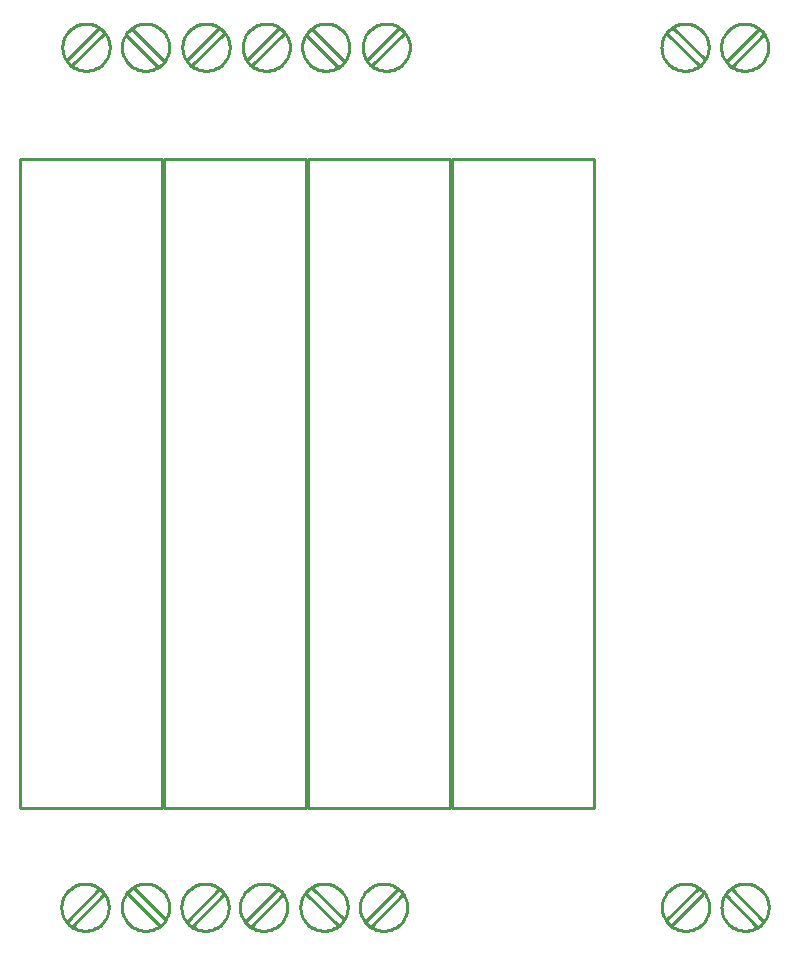
<source format=gm1>
%FSDAX24Y24*%
%MOIN*%
%SFA1B1*%

%IPPOS*%
%ADD11C,0.010000*%
%LNpcb_baseboard-1*%
%LPD*%
G54D11*
X013121Y002400D02*
D01*
X013119Y002454*
X013114Y002509*
X013104Y002563*
X013091Y002617*
X013074Y002669*
X013053Y002720*
X013029Y002769*
X013002Y002817*
X012971Y002862*
X012937Y002906*
X012900Y002946*
X012861Y002985*
X012819Y003020*
X012774Y003052*
X012728Y003081*
X012679Y003107*
X012629Y003130*
X012577Y003148*
X012524Y003164*
X012471Y003175*
X012416Y003183*
X012361Y003186*
X012306*
X012251Y003183*
X012197Y003175*
X012143Y003164*
X012090Y003148*
X012039Y003130*
X011989Y003107*
X011940Y003081*
X011893Y003052*
X011849Y003020*
X011807Y002985*
X011767Y002946*
X011731Y002906*
X011697Y002862*
X011666Y002817*
X011639Y002769*
X011614Y002720*
X011594Y002669*
X011577Y002617*
X011564Y002563*
X011554Y002509*
X011548Y002454*
X011546Y002400*
X011548Y002345*
X011554Y002290*
X011564Y002236*
X011577Y002182*
X011594Y002130*
X011614Y002079*
X011639Y002030*
X011666Y001982*
X011697Y001937*
X011731Y001893*
X011767Y001853*
X011807Y001814*
X011849Y001779*
X011893Y001747*
X011940Y001718*
X011989Y001692*
X012039Y001669*
X012090Y001651*
X012143Y001635*
X012197Y001624*
X012251Y001616*
X012306Y001613*
X012361*
X012416Y001616*
X012471Y001624*
X012524Y001635*
X012577Y001651*
X012629Y001669*
X012679Y001692*
X012728Y001718*
X012774Y001747*
X012819Y001779*
X012861Y001814*
X012900Y001853*
X012937Y001893*
X012971Y001937*
X013002Y001982*
X013029Y002030*
X013053Y002079*
X013074Y002130*
X013091Y002182*
X013104Y002236*
X013114Y002290*
X013119Y002345*
X013121Y002400*
X009121D02*
D01*
X009119Y002454*
X009113Y002509*
X009104Y002563*
X009091Y002617*
X009074Y002669*
X009053Y002720*
X009029Y002769*
X009001Y002817*
X008971Y002862*
X008937Y002906*
X008900Y002946*
X008861Y002985*
X008818Y003020*
X008774Y003052*
X008727Y003081*
X008679Y003107*
X008629Y003130*
X008577Y003148*
X008524Y003164*
X008470Y003175*
X008416Y003183*
X008361Y003186*
X008306*
X008251Y003183*
X008197Y003175*
X008143Y003164*
X008090Y003148*
X008039Y003130*
X007989Y003107*
X007940Y003081*
X007893Y003052*
X007849Y003020*
X007807Y002985*
X007767Y002946*
X007731Y002906*
X007697Y002862*
X007666Y002817*
X007638Y002769*
X007614Y002720*
X007594Y002669*
X007577Y002617*
X007564Y002563*
X007554Y002509*
X007548Y002454*
X007546Y002400*
X007548Y002345*
X007554Y002290*
X007564Y002236*
X007577Y002182*
X007594Y002130*
X007614Y002079*
X007638Y002030*
X007666Y001982*
X007697Y001937*
X007731Y001893*
X007767Y001853*
X007807Y001814*
X007849Y001779*
X007893Y001747*
X007940Y001718*
X007989Y001692*
X008039Y001669*
X008090Y001651*
X008143Y001635*
X008197Y001624*
X008251Y001616*
X008306Y001613*
X008361*
X008416Y001616*
X008470Y001624*
X008524Y001635*
X008577Y001651*
X008629Y001669*
X008679Y001692*
X008727Y001718*
X008774Y001747*
X008818Y001779*
X008861Y001814*
X008900Y001853*
X008937Y001893*
X008971Y001937*
X009001Y001982*
X009029Y002030*
X009053Y002079*
X009074Y002130*
X009091Y002182*
X009104Y002236*
X009113Y002290*
X009119Y002345*
X009121Y002400*
X011137D02*
D01*
X011135Y002454*
X011129Y002509*
X011120Y002563*
X011106Y002617*
X011089Y002669*
X011069Y002720*
X011045Y002769*
X011017Y002817*
X010987Y002862*
X010953Y002906*
X010916Y002946*
X010876Y002985*
X010834Y003020*
X010790Y003052*
X010743Y003081*
X010695Y003107*
X010644Y003130*
X010593Y003148*
X010540Y003164*
X010486Y003175*
X010432Y003183*
X010377Y003186*
X010322*
X010267Y003183*
X010213Y003175*
X010159Y003164*
X010106Y003148*
X010055Y003130*
X010004Y003107*
X009956Y003081*
X009909Y003052*
X009865Y003020*
X009823Y002985*
X009783Y002946*
X009746Y002906*
X009712Y002862*
X009682Y002817*
X009654Y002769*
X009630Y002720*
X009610Y002669*
X009593Y002617*
X009579Y002563*
X009570Y002509*
X009564Y002454*
X009562Y002400*
X009564Y002345*
X009570Y002290*
X009579Y002236*
X009593Y002182*
X009610Y002130*
X009630Y002079*
X009654Y002030*
X009682Y001982*
X009712Y001937*
X009746Y001893*
X009783Y001853*
X009823Y001814*
X009865Y001779*
X009909Y001747*
X009956Y001718*
X010004Y001692*
X010055Y001669*
X010106Y001651*
X010159Y001635*
X010213Y001624*
X010267Y001616*
X010322Y001613*
X010377*
X010432Y001616*
X010486Y001624*
X010540Y001635*
X010593Y001651*
X010644Y001669*
X010695Y001692*
X010743Y001718*
X010790Y001747*
X010834Y001779*
X010876Y001814*
X010916Y001853*
X010953Y001893*
X010987Y001937*
X011017Y001982*
X011045Y002030*
X011069Y002079*
X011089Y002130*
X011106Y002182*
X011120Y002236*
X011129Y002290*
X011135Y002345*
X011137Y002400*
X007171D02*
D01*
X007169Y002454*
X007163Y002509*
X007154Y002563*
X007141Y002617*
X007124Y002669*
X007103Y002720*
X007079Y002769*
X007051Y002817*
X007021Y002862*
X006987Y002906*
X006950Y002946*
X006911Y002985*
X006868Y003020*
X006824Y003052*
X006777Y003081*
X006729Y003107*
X006679Y003130*
X006627Y003148*
X006574Y003164*
X006520Y003175*
X006466Y003183*
X006411Y003186*
X006356*
X006301Y003183*
X006247Y003175*
X006193Y003164*
X006140Y003148*
X006089Y003130*
X006039Y003107*
X005990Y003081*
X005943Y003052*
X005899Y003020*
X005857Y002985*
X005817Y002946*
X005781Y002906*
X005747Y002862*
X005716Y002817*
X005688Y002769*
X005664Y002720*
X005644Y002669*
X005627Y002617*
X005614Y002563*
X005604Y002509*
X005598Y002454*
X005596Y002400*
X005598Y002345*
X005604Y002290*
X005614Y002236*
X005627Y002182*
X005644Y002130*
X005664Y002079*
X005688Y002030*
X005716Y001982*
X005747Y001937*
X005781Y001893*
X005817Y001853*
X005857Y001814*
X005899Y001779*
X005943Y001747*
X005990Y001718*
X006039Y001692*
X006089Y001669*
X006140Y001651*
X006193Y001635*
X006247Y001624*
X006301Y001616*
X006356Y001613*
X006411*
X006466Y001616*
X006520Y001624*
X006574Y001635*
X006627Y001651*
X006679Y001669*
X006729Y001692*
X006777Y001718*
X006824Y001747*
X006868Y001779*
X006911Y001814*
X006950Y001853*
X006987Y001893*
X007021Y001937*
X007051Y001982*
X007079Y002030*
X007103Y002079*
X007124Y002130*
X007141Y002182*
X007154Y002236*
X007163Y002290*
X007169Y002345*
X007171Y002400*
X003171D02*
D01*
X003169Y002454*
X003163Y002509*
X003154Y002563*
X003141Y002617*
X003124Y002669*
X003103Y002720*
X003079Y002769*
X003051Y002817*
X003021Y002862*
X002987Y002906*
X002950Y002946*
X002911Y002985*
X002868Y003020*
X002824Y003052*
X002777Y003081*
X002729Y003107*
X002679Y003130*
X002627Y003148*
X002574Y003164*
X002520Y003175*
X002466Y003183*
X002411Y003186*
X002356*
X002301Y003183*
X002247Y003175*
X002193Y003164*
X002140Y003148*
X002089Y003130*
X002039Y003107*
X001990Y003081*
X001943Y003052*
X001899Y003020*
X001857Y002985*
X001817Y002946*
X001781Y002906*
X001747Y002862*
X001716Y002817*
X001688Y002769*
X001664Y002720*
X001644Y002669*
X001627Y002617*
X001614Y002563*
X001604Y002509*
X001598Y002454*
X001596Y002400*
X001598Y002345*
X001604Y002290*
X001614Y002236*
X001627Y002182*
X001644Y002130*
X001664Y002079*
X001688Y002030*
X001716Y001982*
X001747Y001937*
X001781Y001893*
X001817Y001853*
X001857Y001814*
X001899Y001779*
X001943Y001747*
X001990Y001718*
X002039Y001692*
X002089Y001669*
X002140Y001651*
X002193Y001635*
X002247Y001624*
X002301Y001616*
X002356Y001613*
X002411*
X002466Y001616*
X002520Y001624*
X002574Y001635*
X002627Y001651*
X002679Y001669*
X002729Y001692*
X002777Y001718*
X002824Y001747*
X002868Y001779*
X002911Y001814*
X002950Y001853*
X002987Y001893*
X003021Y001937*
X003051Y001982*
X003079Y002030*
X003103Y002079*
X003124Y002130*
X003141Y002182*
X003154Y002236*
X003163Y002290*
X003169Y002345*
X003171Y002400*
X005187D02*
D01*
X005185Y002454*
X005179Y002509*
X005170Y002563*
X005156Y002617*
X005139Y002669*
X005119Y002720*
X005095Y002769*
X005067Y002817*
X005037Y002862*
X005003Y002906*
X004966Y002946*
X004926Y002985*
X004884Y003020*
X004840Y003052*
X004793Y003081*
X004745Y003107*
X004694Y003130*
X004643Y003148*
X004590Y003164*
X004536Y003175*
X004482Y003183*
X004427Y003186*
X004372*
X004317Y003183*
X004263Y003175*
X004209Y003164*
X004156Y003148*
X004105Y003130*
X004054Y003107*
X004006Y003081*
X003959Y003052*
X003915Y003020*
X003873Y002985*
X003833Y002946*
X003796Y002906*
X003762Y002862*
X003732Y002817*
X003704Y002769*
X003680Y002720*
X003660Y002669*
X003643Y002617*
X003629Y002563*
X003620Y002509*
X003614Y002454*
X003612Y002400*
X003614Y002345*
X003620Y002290*
X003629Y002236*
X003643Y002182*
X003660Y002130*
X003680Y002079*
X003704Y002030*
X003732Y001982*
X003762Y001937*
X003796Y001893*
X003833Y001853*
X003873Y001814*
X003915Y001779*
X003959Y001747*
X004006Y001718*
X004054Y001692*
X004105Y001669*
X004156Y001651*
X004209Y001635*
X004263Y001624*
X004317Y001616*
X004372Y001613*
X004427*
X004482Y001616*
X004536Y001624*
X004590Y001635*
X004643Y001651*
X004694Y001669*
X004745Y001692*
X004793Y001718*
X004840Y001747*
X004884Y001779*
X004926Y001814*
X004966Y001853*
X005003Y001893*
X005037Y001937*
X005067Y001982*
X005095Y002030*
X005119Y002079*
X005139Y002130*
X005156Y002182*
X005170Y002236*
X005179Y002290*
X005185Y002345*
X005187Y002400*
X025156Y031065D02*
D01*
X025154Y031119*
X025149Y031174*
X025139Y031228*
X025126Y031282*
X025109Y031334*
X025088Y031385*
X025064Y031434*
X025037Y031482*
X025006Y031527*
X024972Y031571*
X024935Y031611*
X024896Y031650*
X024854Y031685*
X024809Y031717*
X024763Y031746*
X024714Y031772*
X024664Y031795*
X024612Y031813*
X024559Y031829*
X024506Y031840*
X024451Y031848*
X024396Y031851*
X024341*
X024286Y031848*
X024232Y031840*
X024178Y031829*
X024125Y031813*
X024074Y031795*
X024024Y031772*
X023975Y031746*
X023928Y031717*
X023884Y031685*
X023842Y031650*
X023802Y031611*
X023766Y031571*
X023732Y031527*
X023701Y031482*
X023674Y031434*
X023649Y031385*
X023629Y031334*
X023612Y031282*
X023599Y031228*
X023589Y031174*
X023583Y031119*
X023581Y031065*
X023583Y031010*
X023589Y030955*
X023599Y030901*
X023612Y030847*
X023629Y030795*
X023649Y030744*
X023674Y030695*
X023701Y030647*
X023732Y030602*
X023766Y030558*
X023802Y030518*
X023842Y030479*
X023884Y030444*
X023928Y030412*
X023975Y030383*
X024024Y030357*
X024074Y030334*
X024125Y030316*
X024178Y030300*
X024232Y030289*
X024286Y030281*
X024341Y030278*
X024396*
X024451Y030281*
X024506Y030289*
X024559Y030300*
X024612Y030316*
X024664Y030334*
X024714Y030357*
X024763Y030383*
X024809Y030412*
X024854Y030444*
X024896Y030479*
X024935Y030518*
X024972Y030558*
X025006Y030602*
X025037Y030647*
X025064Y030695*
X025088Y030744*
X025109Y030795*
X025126Y030847*
X025139Y030901*
X025149Y030955*
X025154Y031010*
X025156Y031065*
X023172D02*
D01*
X023170Y031119*
X023164Y031174*
X023155Y031228*
X023141Y031282*
X023124Y031334*
X023104Y031385*
X023080Y031434*
X023052Y031482*
X023022Y031527*
X022988Y031571*
X022951Y031611*
X022911Y031650*
X022869Y031685*
X022825Y031717*
X022778Y031746*
X022730Y031772*
X022679Y031795*
X022628Y031813*
X022575Y031829*
X022521Y031840*
X022467Y031848*
X022412Y031851*
X022357*
X022302Y031848*
X022248Y031840*
X022194Y031829*
X022141Y031813*
X022090Y031795*
X022039Y031772*
X021991Y031746*
X021944Y031717*
X021900Y031685*
X021858Y031650*
X021818Y031611*
X021781Y031571*
X021747Y031527*
X021717Y031482*
X021689Y031434*
X021665Y031385*
X021645Y031334*
X021628Y031282*
X021614Y031228*
X021605Y031174*
X021599Y031119*
X021597Y031065*
X021599Y031010*
X021605Y030955*
X021614Y030901*
X021628Y030847*
X021645Y030795*
X021665Y030744*
X021689Y030695*
X021717Y030647*
X021747Y030602*
X021781Y030558*
X021818Y030518*
X021858Y030479*
X021900Y030444*
X021944Y030412*
X021991Y030383*
X022039Y030357*
X022090Y030334*
X022141Y030316*
X022194Y030300*
X022248Y030289*
X022302Y030281*
X022357Y030278*
X022412*
X022467Y030281*
X022521Y030289*
X022575Y030300*
X022628Y030316*
X022679Y030334*
X022730Y030357*
X022778Y030383*
X022825Y030412*
X022869Y030444*
X022911Y030479*
X022951Y030518*
X022988Y030558*
X023022Y030602*
X023052Y030647*
X023080Y030695*
X023104Y030744*
X023124Y030795*
X023141Y030847*
X023155Y030901*
X023164Y030955*
X023170Y031010*
X023172Y031065*
X009211D02*
D01*
X009209Y031119*
X009204Y031174*
X009194Y031228*
X009181Y031282*
X009164Y031334*
X009143Y031385*
X009119Y031434*
X009092Y031482*
X009061Y031527*
X009027Y031571*
X008990Y031611*
X008951Y031650*
X008909Y031685*
X008864Y031717*
X008818Y031746*
X008769Y031772*
X008719Y031795*
X008667Y031813*
X008614Y031829*
X008561Y031840*
X008506Y031848*
X008451Y031851*
X008396*
X008342Y031848*
X008287Y031840*
X008233Y031829*
X008181Y031813*
X008129Y031795*
X008079Y031772*
X008030Y031746*
X007984Y031717*
X007939Y031685*
X007897Y031650*
X007857Y031611*
X007821Y031571*
X007787Y031527*
X007756Y031482*
X007729Y031434*
X007705Y031385*
X007684Y031334*
X007667Y031282*
X007654Y031228*
X007644Y031174*
X007638Y031119*
X007637Y031065*
X007638Y031010*
X007644Y030955*
X007654Y030901*
X007667Y030847*
X007684Y030795*
X007705Y030744*
X007729Y030695*
X007756Y030647*
X007787Y030602*
X007821Y030558*
X007857Y030518*
X007897Y030479*
X007939Y030444*
X007984Y030412*
X008030Y030383*
X008079Y030357*
X008129Y030334*
X008181Y030316*
X008233Y030300*
X008287Y030289*
X008342Y030281*
X008396Y030278*
X008451*
X008506Y030281*
X008561Y030289*
X008614Y030300*
X008667Y030316*
X008719Y030334*
X008769Y030357*
X008818Y030383*
X008864Y030412*
X008909Y030444*
X008951Y030479*
X008990Y030518*
X009027Y030558*
X009061Y030602*
X009092Y030647*
X009119Y030695*
X009143Y030744*
X009164Y030795*
X009181Y030847*
X009194Y030901*
X009204Y030955*
X009209Y031010*
X009211Y031065*
X013211D02*
D01*
X013209Y031119*
X013204Y031174*
X013194Y031228*
X013181Y031282*
X013164Y031334*
X013143Y031385*
X013119Y031434*
X013092Y031482*
X013061Y031527*
X013027Y031571*
X012990Y031611*
X012951Y031650*
X012909Y031685*
X012864Y031717*
X012818Y031746*
X012769Y031772*
X012719Y031795*
X012667Y031813*
X012614Y031829*
X012561Y031840*
X012506Y031848*
X012451Y031851*
X012396*
X012342Y031848*
X012287Y031840*
X012233Y031829*
X012181Y031813*
X012129Y031795*
X012079Y031772*
X012030Y031746*
X011984Y031717*
X011939Y031685*
X011897Y031650*
X011857Y031611*
X011821Y031571*
X011787Y031527*
X011756Y031482*
X011729Y031434*
X011705Y031385*
X011684Y031334*
X011667Y031282*
X011654Y031228*
X011644Y031174*
X011638Y031119*
X011637Y031065*
X011638Y031010*
X011644Y030955*
X011654Y030901*
X011667Y030847*
X011684Y030795*
X011705Y030744*
X011729Y030695*
X011756Y030647*
X011787Y030602*
X011821Y030558*
X011857Y030518*
X011897Y030479*
X011939Y030444*
X011984Y030412*
X012030Y030383*
X012079Y030357*
X012129Y030334*
X012181Y030316*
X012233Y030300*
X012287Y030289*
X012342Y030281*
X012396Y030278*
X012451*
X012506Y030281*
X012561Y030289*
X012614Y030300*
X012667Y030316*
X012719Y030334*
X012769Y030357*
X012818Y030383*
X012864Y030412*
X012909Y030444*
X012951Y030479*
X012990Y030518*
X013027Y030558*
X013061Y030602*
X013092Y030647*
X013119Y030695*
X013143Y030744*
X013164Y030795*
X013181Y030847*
X013194Y030901*
X013204Y030955*
X013209Y031010*
X013211Y031065*
X011196D02*
D01*
X011194Y031119*
X011188Y031174*
X011178Y031228*
X011165Y031282*
X011148Y031334*
X011127Y031385*
X011103Y031434*
X011076Y031482*
X011045Y031527*
X011011Y031571*
X010975Y031611*
X010935Y031650*
X010893Y031685*
X010848Y031717*
X010802Y031746*
X010753Y031772*
X010703Y031795*
X010651Y031813*
X010599Y031829*
X010545Y031840*
X010490Y031848*
X010436Y031851*
X010381*
X010326Y031848*
X010271Y031840*
X010218Y031829*
X010165Y031813*
X010113Y031795*
X010063Y031772*
X010014Y031746*
X009968Y031717*
X009923Y031685*
X009881Y031650*
X009842Y031611*
X009805Y031571*
X009771Y031527*
X009740Y031482*
X009713Y031434*
X009689Y031385*
X009668Y031334*
X009651Y031282*
X009638Y031228*
X009628Y031174*
X009623Y031119*
X009621Y031065*
X009623Y031010*
X009628Y030955*
X009638Y030901*
X009651Y030847*
X009668Y030795*
X009689Y030744*
X009713Y030695*
X009740Y030647*
X009771Y030602*
X009805Y030558*
X009842Y030518*
X009881Y030479*
X009923Y030444*
X009968Y030412*
X010014Y030383*
X010063Y030357*
X010113Y030334*
X010165Y030316*
X010218Y030300*
X010271Y030289*
X010326Y030281*
X010381Y030278*
X010436*
X010490Y030281*
X010545Y030289*
X010599Y030300*
X010651Y030316*
X010703Y030334*
X010753Y030357*
X010802Y030383*
X010848Y030412*
X010893Y030444*
X010935Y030479*
X010975Y030518*
X011011Y030558*
X011045Y030602*
X011076Y030647*
X011103Y030695*
X011127Y030744*
X011148Y030795*
X011165Y030847*
X011178Y030901*
X011188Y030955*
X011194Y031010*
X011196Y031065*
X003203D02*
D01*
X003201Y031119*
X003195Y031174*
X003185Y031228*
X003172Y031282*
X003155Y031334*
X003135Y031385*
X003111Y031434*
X003083Y031482*
X003052Y031527*
X003018Y031571*
X002982Y031611*
X002942Y031650*
X002900Y031685*
X002856Y031717*
X002809Y031746*
X002760Y031772*
X002710Y031795*
X002659Y031813*
X002606Y031829*
X002552Y031840*
X002498Y031848*
X002443Y031851*
X002388*
X002333Y031848*
X002279Y031840*
X002225Y031829*
X002172Y031813*
X002120Y031795*
X002070Y031772*
X002022Y031746*
X001975Y031717*
X001931Y031685*
X001888Y031650*
X001849Y031611*
X001812Y031571*
X001778Y031527*
X001748Y031482*
X001720Y031434*
X001696Y031385*
X001675Y031334*
X001658Y031282*
X001645Y031228*
X001636Y031174*
X001630Y031119*
X001628Y031065*
X001630Y031010*
X001636Y030955*
X001645Y030901*
X001658Y030847*
X001675Y030795*
X001696Y030744*
X001720Y030695*
X001748Y030647*
X001778Y030602*
X001812Y030558*
X001849Y030518*
X001888Y030479*
X001931Y030444*
X001975Y030412*
X002022Y030383*
X002070Y030357*
X002120Y030334*
X002172Y030316*
X002225Y030300*
X002279Y030289*
X002333Y030281*
X002388Y030278*
X002443*
X002498Y030281*
X002552Y030289*
X002606Y030300*
X002659Y030316*
X002710Y030334*
X002760Y030357*
X002809Y030383*
X002856Y030412*
X002900Y030444*
X002942Y030479*
X002982Y030518*
X003018Y030558*
X003052Y030602*
X003083Y030647*
X003111Y030695*
X003135Y030744*
X003155Y030795*
X003172Y030847*
X003185Y030901*
X003195Y030955*
X003201Y031010*
X003203Y031065*
X007203D02*
D01*
X007201Y031119*
X007195Y031174*
X007185Y031228*
X007172Y031282*
X007155Y031334*
X007135Y031385*
X007110Y031434*
X007083Y031482*
X007052Y031527*
X007018Y031571*
X006982Y031611*
X006942Y031650*
X006900Y031685*
X006856Y031717*
X006809Y031746*
X006760Y031772*
X006710Y031795*
X006659Y031813*
X006606Y031829*
X006552Y031840*
X006498Y031848*
X006443Y031851*
X006388*
X006333Y031848*
X006278Y031840*
X006225Y031829*
X006172Y031813*
X006120Y031795*
X006070Y031772*
X006021Y031746*
X005975Y031717*
X005930Y031685*
X005888Y031650*
X005849Y031611*
X005812Y031571*
X005778Y031527*
X005747Y031482*
X005720Y031434*
X005696Y031385*
X005675Y031334*
X005658Y031282*
X005645Y031228*
X005635Y031174*
X005630Y031119*
X005628Y031065*
X005630Y031010*
X005635Y030955*
X005645Y030901*
X005658Y030847*
X005675Y030795*
X005696Y030744*
X005720Y030695*
X005747Y030647*
X005778Y030602*
X005812Y030558*
X005849Y030518*
X005888Y030479*
X005930Y030444*
X005975Y030412*
X006022Y030383*
X006070Y030357*
X006120Y030334*
X006172Y030316*
X006225Y030300*
X006278Y030289*
X006333Y030281*
X006388Y030278*
X006443*
X006498Y030281*
X006552Y030289*
X006606Y030300*
X006659Y030316*
X006710Y030334*
X006760Y030357*
X006809Y030383*
X006856Y030412*
X006900Y030444*
X006942Y030479*
X006982Y030518*
X007018Y030558*
X007052Y030602*
X007083Y030647*
X007110Y030695*
X007135Y030744*
X007155Y030795*
X007172Y030847*
X007185Y030901*
X007195Y030955*
X007201Y031010*
X007203Y031065*
X005187D02*
D01*
X005185Y031119*
X005179Y031174*
X005170Y031228*
X005156Y031282*
X005139Y031334*
X005119Y031385*
X005095Y031434*
X005067Y031482*
X005037Y031527*
X005003Y031571*
X004966Y031611*
X004926Y031650*
X004884Y031685*
X004840Y031717*
X004793Y031746*
X004745Y031772*
X004694Y031795*
X004643Y031813*
X004590Y031829*
X004536Y031840*
X004482Y031848*
X004427Y031851*
X004372*
X004317Y031848*
X004263Y031840*
X004209Y031829*
X004156Y031813*
X004105Y031795*
X004054Y031772*
X004006Y031746*
X003959Y031717*
X003915Y031685*
X003873Y031650*
X003833Y031611*
X003796Y031571*
X003762Y031527*
X003732Y031482*
X003704Y031434*
X003680Y031385*
X003660Y031334*
X003643Y031282*
X003629Y031228*
X003620Y031174*
X003614Y031119*
X003612Y031065*
X003614Y031010*
X003620Y030955*
X003629Y030901*
X003643Y030847*
X003660Y030795*
X003680Y030744*
X003704Y030695*
X003732Y030647*
X003762Y030602*
X003796Y030558*
X003833Y030518*
X003873Y030479*
X003915Y030444*
X003959Y030412*
X004006Y030383*
X004054Y030357*
X004105Y030334*
X004156Y030316*
X004209Y030300*
X004263Y030289*
X004317Y030281*
X004372Y030278*
X004427*
X004482Y030281*
X004536Y030289*
X004590Y030300*
X004643Y030316*
X004694Y030334*
X004745Y030357*
X004793Y030383*
X004840Y030412*
X004884Y030444*
X004926Y030479*
X004966Y030518*
X005003Y030558*
X005037Y030602*
X005067Y030647*
X005095Y030695*
X005119Y030744*
X005139Y030795*
X005156Y030847*
X005170Y030901*
X005179Y030955*
X005185Y031010*
X005187Y031065*
X025172Y002400D02*
D01*
X025170Y002454*
X025164Y002509*
X025155Y002563*
X025141Y002617*
X025124Y002669*
X025104Y002720*
X025080Y002769*
X025052Y002817*
X025022Y002862*
X024988Y002906*
X024951Y002946*
X024911Y002985*
X024869Y003020*
X024825Y003052*
X024778Y003081*
X024730Y003107*
X024679Y003130*
X024628Y003148*
X024575Y003164*
X024521Y003175*
X024467Y003183*
X024412Y003186*
X024357*
X024302Y003183*
X024248Y003175*
X024194Y003164*
X024141Y003148*
X024090Y003130*
X024039Y003107*
X023991Y003081*
X023944Y003052*
X023900Y003020*
X023858Y002985*
X023818Y002946*
X023781Y002906*
X023747Y002862*
X023717Y002817*
X023689Y002769*
X023665Y002720*
X023645Y002669*
X023628Y002617*
X023614Y002563*
X023605Y002509*
X023599Y002454*
X023597Y002400*
X023599Y002345*
X023605Y002290*
X023614Y002236*
X023628Y002182*
X023645Y002130*
X023665Y002079*
X023689Y002030*
X023717Y001982*
X023747Y001937*
X023781Y001893*
X023818Y001853*
X023858Y001814*
X023900Y001779*
X023944Y001747*
X023991Y001718*
X024039Y001692*
X024090Y001669*
X024141Y001651*
X024194Y001635*
X024248Y001624*
X024302Y001616*
X024357Y001613*
X024412*
X024467Y001616*
X024521Y001624*
X024575Y001635*
X024628Y001651*
X024679Y001669*
X024730Y001692*
X024778Y001718*
X024825Y001747*
X024869Y001779*
X024911Y001814*
X024951Y001853*
X024988Y001893*
X025022Y001937*
X025052Y001982*
X025080Y002030*
X025104Y002079*
X025124Y002130*
X025141Y002182*
X025155Y002236*
X025164Y002290*
X025170Y002345*
X025172Y002400*
X023188D02*
D01*
X023186Y002454*
X023180Y002509*
X023170Y002563*
X023157Y002617*
X023140Y002669*
X023120Y002720*
X023095Y002769*
X023068Y002817*
X023037Y002862*
X023003Y002906*
X022967Y002946*
X022927Y002985*
X022885Y003020*
X022841Y003052*
X022794Y003081*
X022745Y003107*
X022695Y003130*
X022644Y003148*
X022591Y003164*
X022537Y003175*
X022483Y003183*
X022428Y003186*
X022373*
X022318Y003183*
X022263Y003175*
X022210Y003164*
X022157Y003148*
X022105Y003130*
X022055Y003107*
X022007Y003081*
X021960Y003052*
X021915Y003020*
X021873Y002985*
X021834Y002946*
X021797Y002906*
X021763Y002862*
X021732Y002817*
X021705Y002769*
X021681Y002720*
X021660Y002669*
X021643Y002617*
X021630Y002563*
X021620Y002509*
X021615Y002454*
X021613Y002400*
X021615Y002345*
X021620Y002290*
X021630Y002236*
X021643Y002182*
X021660Y002130*
X021681Y002079*
X021705Y002030*
X021732Y001982*
X021763Y001937*
X021797Y001893*
X021834Y001853*
X021873Y001814*
X021915Y001779*
X021960Y001747*
X022007Y001718*
X022055Y001692*
X022105Y001669*
X022157Y001651*
X022210Y001635*
X022263Y001624*
X022318Y001616*
X022373Y001613*
X022428*
X022483Y001616*
X022537Y001624*
X022591Y001635*
X022644Y001651*
X022695Y001669*
X022745Y001692*
X022794Y001718*
X022841Y001747*
X022885Y001779*
X022927Y001814*
X022967Y001853*
X023003Y001893*
X023037Y001937*
X023068Y001982*
X023095Y002030*
X023120Y002079*
X023140Y002130*
X023157Y002182*
X023170Y002236*
X023180Y002290*
X023186Y002345*
X023188Y002400*
X011900Y001750D02*
X012975Y002825D01*
X011750Y001950D02*
X012800Y003000D01*
X007900Y001750D02*
X008975Y002825D01*
X007750Y001950D02*
X008800Y003000D01*
X009950Y003050D02*
X011000Y002000D01*
X009750Y002850D02*
X010800Y001800D01*
X005950Y001750D02*
X007025Y002825D01*
X005800Y001950D02*
X006850Y003000D01*
X001950Y001750D02*
X003025Y002825D01*
X001800Y001950D02*
X002850Y003000D01*
X004000Y003050D02*
X005050Y002000D01*
X003800Y002850D02*
X004850Y001800D01*
X021985Y031715D02*
X023035Y030665D01*
X022835Y030415D02*
Y030465D01*
X021785Y031515D02*
X022835Y030465D01*
X023935Y030415D02*
X025010Y031490D01*
X023785Y030615D02*
X024835Y031665D01*
X007783Y030640D02*
X008858Y031715D01*
X007958Y030465D02*
X009008Y031515D01*
X011783Y030640D02*
X012858Y031715D01*
X011958Y030465D02*
X013008Y031515D01*
X009758Y031465D02*
X010808Y030415D01*
X009958Y031665D02*
X011008Y030615D01*
X001775Y030640D02*
X002850Y031715D01*
X001950Y030465D02*
X003000Y031515D01*
X005775Y030640D02*
X006850Y031715D01*
X005950Y030465D02*
X007000Y031515D01*
X003750Y031465D02*
X004800Y030415D01*
X003950Y031665D02*
X005000Y030615D01*
X019344Y005700D02*
Y027353D01*
X014544Y005700D02*
Y027353D01*
X014625Y005700D02*
Y027353D01*
X019344*
X014625Y005700D02*
X019344D01*
X009825D02*
Y027353D01*
X014544*
X009825Y005700D02*
X014544D01*
X005025D02*
Y027353D01*
X009744Y005700D02*
Y027353D01*
X005025D02*
X009744D01*
X005025Y005700D02*
X009744D01*
X000225D02*
Y027353D01*
X004944Y005700D02*
Y027353D01*
X000225D02*
X004944D01*
X000225Y005700D02*
X004944D01*
X021935Y001800D02*
X022985Y002850D01*
X021760Y001975D02*
X022835Y003050D01*
X023935Y003000D02*
X024985Y001950D01*
X023935Y003000D02*
Y003050D01*
X023735Y002800D02*
X024785Y001750D01*
M02*
</source>
